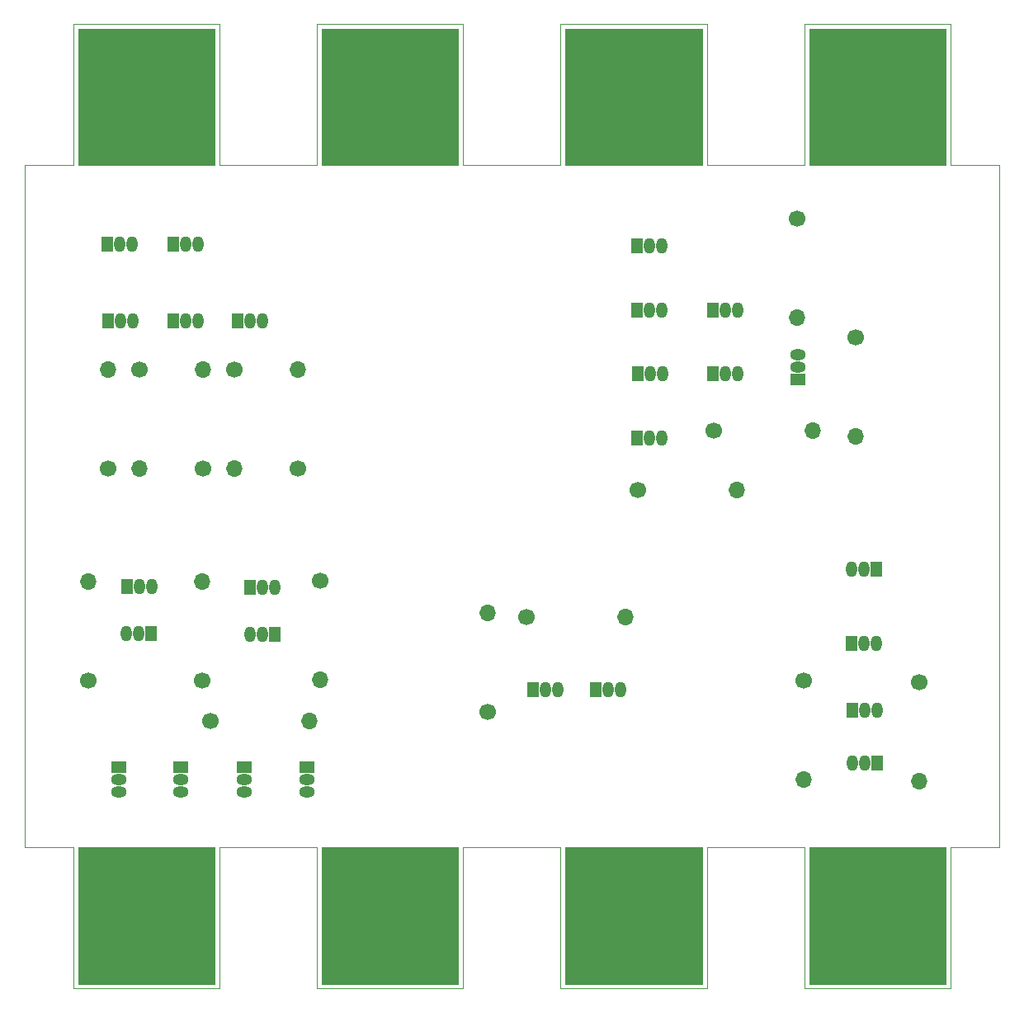
<source format=gbr>
G04 #@! TF.GenerationSoftware,KiCad,Pcbnew,(5.1.6)-1*
G04 #@! TF.CreationDate,2020-09-11T21:59:46+04:00*
G04 #@! TF.ProjectId,Triple-five,54726970-6c65-42d6-9669-76652e6b6963,rev?*
G04 #@! TF.SameCoordinates,Original*
G04 #@! TF.FileFunction,Soldermask,Top*
G04 #@! TF.FilePolarity,Negative*
%FSLAX46Y46*%
G04 Gerber Fmt 4.6, Leading zero omitted, Abs format (unit mm)*
G04 Created by KiCad (PCBNEW (5.1.6)-1) date 2020-09-11 21:59:46*
%MOMM*%
%LPD*%
G01*
G04 APERTURE LIST*
%ADD10C,0.100000*%
G04 #@! TA.AperFunction,Profile*
%ADD11C,0.050000*%
G04 #@! TD*
%ADD12R,1.150000X1.600000*%
%ADD13O,1.150000X1.600000*%
%ADD14O,1.600000X1.150000*%
%ADD15R,1.600000X1.150000*%
%ADD16O,1.700000X1.700000*%
%ADD17C,1.700000*%
G04 APERTURE END LIST*
D10*
G36*
X160000000Y-142250000D02*
G01*
X146000000Y-142250000D01*
X146000000Y-128250000D01*
X160000000Y-128250000D01*
X160000000Y-142250000D01*
G37*
X160000000Y-142250000D02*
X146000000Y-142250000D01*
X146000000Y-128250000D01*
X160000000Y-128250000D01*
X160000000Y-142250000D01*
G36*
X185000000Y-142250000D02*
G01*
X171000000Y-142250000D01*
X171000000Y-128250000D01*
X185000000Y-128250000D01*
X185000000Y-142250000D01*
G37*
X185000000Y-142250000D02*
X171000000Y-142250000D01*
X171000000Y-128250000D01*
X185000000Y-128250000D01*
X185000000Y-142250000D01*
G36*
X210000000Y-142250000D02*
G01*
X196000000Y-142250000D01*
X196000000Y-128250000D01*
X210000000Y-128250000D01*
X210000000Y-142250000D01*
G37*
X210000000Y-142250000D02*
X196000000Y-142250000D01*
X196000000Y-128250000D01*
X210000000Y-128250000D01*
X210000000Y-142250000D01*
G36*
X135000000Y-142250000D02*
G01*
X121000000Y-142250000D01*
X121000000Y-128250000D01*
X135000000Y-128250000D01*
X135000000Y-142250000D01*
G37*
X135000000Y-142250000D02*
X121000000Y-142250000D01*
X121000000Y-128250000D01*
X135000000Y-128250000D01*
X135000000Y-142250000D01*
G36*
X210000000Y-58250000D02*
G01*
X196000000Y-58250000D01*
X196000000Y-44250000D01*
X210000000Y-44250000D01*
X210000000Y-58250000D01*
G37*
X210000000Y-58250000D02*
X196000000Y-58250000D01*
X196000000Y-44250000D01*
X210000000Y-44250000D01*
X210000000Y-58250000D01*
G36*
X185000000Y-58250000D02*
G01*
X171000000Y-58250000D01*
X171000000Y-44250000D01*
X185000000Y-44250000D01*
X185000000Y-58250000D01*
G37*
X185000000Y-58250000D02*
X171000000Y-58250000D01*
X171000000Y-44250000D01*
X185000000Y-44250000D01*
X185000000Y-58250000D01*
G36*
X160000000Y-58250000D02*
G01*
X146000000Y-58250000D01*
X146000000Y-44250000D01*
X160000000Y-44250000D01*
X160000000Y-58250000D01*
G37*
X160000000Y-58250000D02*
X146000000Y-58250000D01*
X146000000Y-44250000D01*
X160000000Y-44250000D01*
X160000000Y-58250000D01*
G36*
X135000000Y-58250000D02*
G01*
X121000000Y-58250000D01*
X121000000Y-44250000D01*
X135000000Y-44250000D01*
X135000000Y-58250000D01*
G37*
X135000000Y-58250000D02*
X121000000Y-58250000D01*
X121000000Y-44250000D01*
X135000000Y-44250000D01*
X135000000Y-58250000D01*
D11*
X115500000Y-128250000D02*
X115500000Y-58250000D01*
X120500000Y-128250000D02*
X115500000Y-128250000D01*
X120500000Y-142750000D02*
X120500000Y-128250000D01*
X135500000Y-142750000D02*
X120500000Y-142750000D01*
X135500000Y-128250000D02*
X135500000Y-142750000D01*
X145500000Y-128250000D02*
X135500000Y-128250000D01*
X145500000Y-142750000D02*
X145500000Y-128250000D01*
X160500000Y-142750000D02*
X145500000Y-142750000D01*
X160500000Y-128250000D02*
X160500000Y-142750000D01*
X170500000Y-128250000D02*
X160500000Y-128250000D01*
X170500000Y-142750000D02*
X170500000Y-128250000D01*
X185500000Y-142750000D02*
X170500000Y-142750000D01*
X185500000Y-128250000D02*
X185500000Y-142750000D01*
X195500000Y-128250000D02*
X185500000Y-128250000D01*
X195500000Y-142750000D02*
X195500000Y-128250000D01*
X210500000Y-142750000D02*
X195500000Y-142750000D01*
X210500000Y-128250000D02*
X210500000Y-142750000D01*
X215500000Y-128250000D02*
X210500000Y-128250000D01*
X215500000Y-58250000D02*
X215500000Y-128250000D01*
X210500000Y-58250000D02*
X215500000Y-58250000D01*
X210500000Y-43750000D02*
X210500000Y-58250000D01*
X195500000Y-43750000D02*
X210500000Y-43750000D01*
X195500000Y-58250000D02*
X195500000Y-43750000D01*
X185500000Y-58250000D02*
X195500000Y-58250000D01*
X185500000Y-43750000D02*
X185500000Y-58250000D01*
X170500000Y-43750000D02*
X185500000Y-43750000D01*
X170500000Y-58250000D02*
X170500000Y-43750000D01*
X160500000Y-58250000D02*
X170500000Y-58250000D01*
X160500000Y-43750000D02*
X160500000Y-58250000D01*
X145500000Y-43750000D02*
X160500000Y-43750000D01*
X145500000Y-58250000D02*
X145500000Y-43750000D01*
X135500000Y-58250000D02*
X145500000Y-58250000D01*
X135500000Y-43750000D02*
X135500000Y-58250000D01*
X120500000Y-43750000D02*
X135500000Y-43750000D01*
X120500000Y-58250000D02*
X120500000Y-43750000D01*
X115500000Y-58250000D02*
X120500000Y-58250000D01*
D12*
G04 #@! TO.C,Q26*
X174100000Y-112050000D03*
D13*
X176640000Y-112050000D03*
X175370000Y-112050000D03*
G04 #@! TD*
G04 #@! TO.C,Q19*
X179670000Y-79650000D03*
X180940000Y-79650000D03*
D12*
X178400000Y-79650000D03*
G04 #@! TD*
D13*
G04 #@! TO.C,Q10*
X132020000Y-66350000D03*
X133290000Y-66350000D03*
D12*
X130750000Y-66350000D03*
G04 #@! TD*
D13*
G04 #@! TO.C,Q15*
X179591600Y-66547400D03*
X180861600Y-66547400D03*
D12*
X178321600Y-66547400D03*
G04 #@! TD*
D14*
G04 #@! TO.C,Q8*
X125150000Y-121270000D03*
X125150000Y-122540000D03*
D15*
X125150000Y-120000000D03*
G04 #@! TD*
D12*
G04 #@! TO.C,Q14*
X186110000Y-73100000D03*
D13*
X188650000Y-73100000D03*
X187380000Y-73100000D03*
G04 #@! TD*
D12*
G04 #@! TO.C,Q11*
X137350000Y-74200000D03*
D13*
X139890000Y-74200000D03*
X138620000Y-74200000D03*
G04 #@! TD*
D15*
G04 #@! TO.C,Q17*
X194850000Y-80200000D03*
D14*
X194850000Y-77660000D03*
X194850000Y-78930000D03*
G04 #@! TD*
D12*
G04 #@! TO.C,Q23*
X167700000Y-112050000D03*
D13*
X170240000Y-112050000D03*
X168970000Y-112050000D03*
G04 #@! TD*
D12*
G04 #@! TO.C,Q12*
X130750000Y-74200000D03*
D13*
X133290000Y-74200000D03*
X132020000Y-74200000D03*
G04 #@! TD*
D12*
G04 #@! TO.C,Q20*
X178350000Y-86250000D03*
D13*
X180890000Y-86250000D03*
X179620000Y-86250000D03*
G04 #@! TD*
G04 #@! TO.C,Q13*
X125320000Y-74200000D03*
X126590000Y-74200000D03*
D12*
X124050000Y-74200000D03*
G04 #@! TD*
G04 #@! TO.C,Q9*
X124010000Y-66350000D03*
D13*
X126550000Y-66350000D03*
X125280000Y-66350000D03*
G04 #@! TD*
G04 #@! TO.C,Q18*
X187420000Y-79650000D03*
X188690000Y-79650000D03*
D12*
X186150000Y-79650000D03*
G04 #@! TD*
D13*
G04 #@! TO.C,Q16*
X179620000Y-73100000D03*
X180890000Y-73100000D03*
D12*
X178350000Y-73100000D03*
G04 #@! TD*
D13*
G04 #@! TO.C,Q7*
X139880000Y-106350000D03*
X138610000Y-106350000D03*
D12*
X141150000Y-106350000D03*
G04 #@! TD*
D15*
G04 #@! TO.C,Q6*
X131550000Y-120000000D03*
D14*
X131550000Y-122540000D03*
X131550000Y-121270000D03*
G04 #@! TD*
D12*
G04 #@! TO.C,Q5*
X138630000Y-101550000D03*
D13*
X141170000Y-101550000D03*
X139900000Y-101550000D03*
G04 #@! TD*
G04 #@! TO.C,Q4*
X127230000Y-106300000D03*
X125960000Y-106300000D03*
D12*
X128500000Y-106300000D03*
G04 #@! TD*
D14*
G04 #@! TO.C,Q3*
X138050000Y-121320000D03*
X138050000Y-122590000D03*
D15*
X138050000Y-120050000D03*
G04 #@! TD*
D14*
G04 #@! TO.C,Q1*
X144450000Y-121320000D03*
X144450000Y-122590000D03*
D15*
X144450000Y-120050000D03*
G04 #@! TD*
D16*
G04 #@! TO.C,R2*
X133700000Y-100940000D03*
D17*
X133700000Y-111100000D03*
G04 #@! TD*
D16*
G04 #@! TO.C,R5*
X127250000Y-89360000D03*
D17*
X127250000Y-79200000D03*
G04 #@! TD*
D16*
G04 #@! TO.C,R6*
X124099200Y-79188200D03*
D17*
X124099200Y-89348200D03*
G04 #@! TD*
D16*
G04 #@! TO.C,R10*
X194800000Y-73910000D03*
D17*
X194800000Y-63750000D03*
G04 #@! TD*
D16*
G04 #@! TO.C,R13*
X188560000Y-91600000D03*
D17*
X178400000Y-91600000D03*
G04 #@! TD*
D16*
G04 #@! TO.C,R17*
X163000000Y-104190000D03*
D17*
X163000000Y-114350000D03*
G04 #@! TD*
D12*
G04 #@! TO.C,Q21*
X200350000Y-107350000D03*
D13*
X202890000Y-107350000D03*
X201620000Y-107350000D03*
G04 #@! TD*
G04 #@! TO.C,Q24*
X201700000Y-114200000D03*
X202970000Y-114200000D03*
D12*
X200430000Y-114200000D03*
G04 #@! TD*
G04 #@! TO.C,Q25*
X203000000Y-119600000D03*
D13*
X200460000Y-119600000D03*
X201730000Y-119600000D03*
G04 #@! TD*
D16*
G04 #@! TO.C,R4*
X145800000Y-111010000D03*
D17*
X145800000Y-100850000D03*
G04 #@! TD*
D16*
G04 #@! TO.C,R7*
X137000000Y-89360000D03*
D17*
X137000000Y-79200000D03*
G04 #@! TD*
D16*
G04 #@! TO.C,R9*
X143500000Y-79190000D03*
D17*
X143500000Y-89350000D03*
G04 #@! TD*
D13*
G04 #@! TO.C,Q22*
X201630000Y-99700000D03*
X200360000Y-99700000D03*
D12*
X202900000Y-99700000D03*
G04 #@! TD*
D16*
G04 #@! TO.C,R12*
X200800000Y-86060000D03*
D17*
X200800000Y-75900000D03*
G04 #@! TD*
D12*
G04 #@! TO.C,Q2*
X125983400Y-101451600D03*
D13*
X128523400Y-101451600D03*
X127253400Y-101451600D03*
G04 #@! TD*
D17*
G04 #@! TO.C,R1*
X122000000Y-111100000D03*
D16*
X122000000Y-100940000D03*
G04 #@! TD*
G04 #@! TO.C,R3*
X144760000Y-115250000D03*
D17*
X134600000Y-115250000D03*
G04 #@! TD*
D16*
G04 #@! TO.C,R8*
X133800000Y-79190000D03*
D17*
X133800000Y-89350000D03*
G04 #@! TD*
D16*
G04 #@! TO.C,R11*
X196360000Y-85450000D03*
D17*
X186200000Y-85450000D03*
G04 #@! TD*
D16*
G04 #@! TO.C,R14*
X177160000Y-104600000D03*
D17*
X167000000Y-104600000D03*
G04 #@! TD*
D16*
G04 #@! TO.C,R15*
X207300000Y-121460000D03*
D17*
X207300000Y-111300000D03*
G04 #@! TD*
D16*
G04 #@! TO.C,R16*
X195400000Y-121310000D03*
D17*
X195400000Y-111150000D03*
G04 #@! TD*
M02*

</source>
